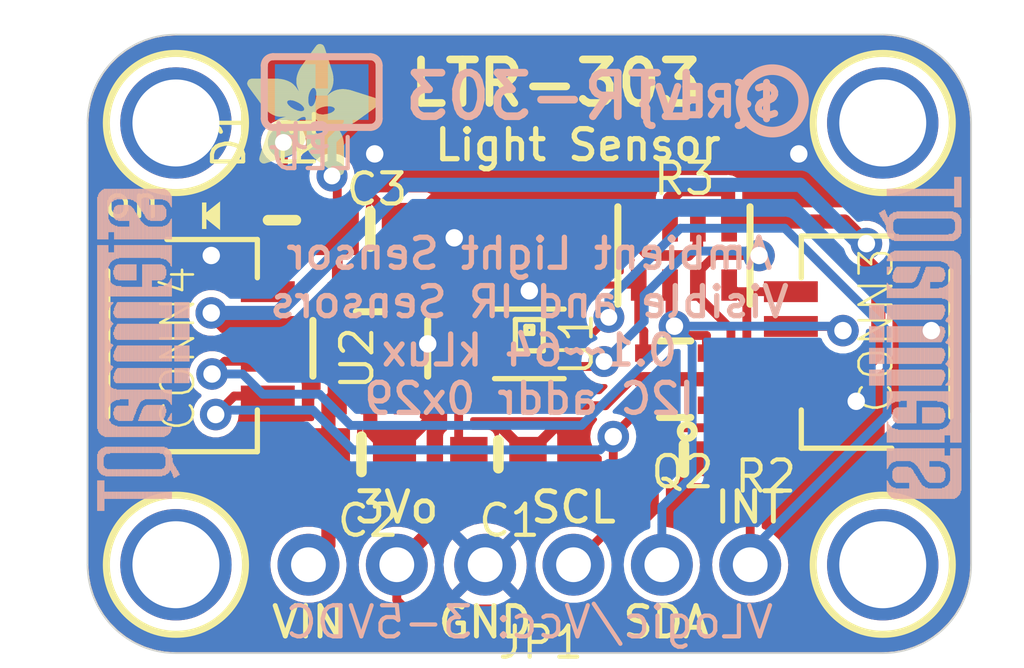
<source format=kicad_pcb>
(kicad_pcb (version 20221018) (generator pcbnew)
  (layers (0 "F.Cu" signal) (31 "B.Cu" signal) (34 "B.Paste" user) (35 "F.Paste" user) (36 "B.SilkS" user "B.Silkscreen") (37 "F.SilkS" user "F.Silkscreen") (38 "B.Mask" user) (39 "F.Mask" user) (44 "Edge.Cuts" user))
  (net 0 "")
  (net 1 "GND")
  (net 2 "SDA")
  (net 3 "SCL")
  (net 4 "SCL_3V")
  (net 5 "SDA_3V")
  (net 6 "3.3V")
  (net 7 "INT")
  (net 8 "VCC")
  (net 9 "N$1")
  (net 10 "N$2")
  (footprint "working:JST_SH4" (layer "F.Cu") (at 158.0261 105.0036 90)
    (fp_text reference "CONN3" (at -2.06 0.45 90) (layer "F.SilkS") (effects (font (size 0.941222 0.941222) (thickness 0.074778)) (justify left)))
    (fp_text value "STEMMA_I2C_QT" hide)
    (pad "1" smd rect (at -1.5 -2.006 180) (size 1.55 0.6) (layers "F.Cu" "F.Paste" "F.Mask") (net 1 "GND"))
    (pad "2" smd rect (at -0.5 -2.006 180) (size 1.55 0.6) (layers "F.Cu" "F.Paste" "F.Mask") (net 8 "VCC"))
    (pad "3" smd rect (at 0.5 -2.006 180) (size 1.55 0.6) (layers "F.Cu" "F.Paste" "F.Mask") (net 2 "SDA"))
    (pad "4" smd rect (at 1.5 -2.006 180) (size 1.55 0.6) (layers "F.Cu" "F.Paste" "F.Mask") (net 3 "SCL"))
    (pad "MT1" smd rect (at -2.8 1.894 180) (size 1.8 1.2) (layers "F.Cu" "F.Paste" "F.Mask") (net 1 "GND"))
    (pad "MT2" smd rect (at 2.8 1.894 180) (size 1.8 1.2) (layers "F.Cu" "F.Paste" "F.Mask") (net 1 "GND"))
  )
  (footprint "working:0805-NO" (layer "F.Cu") (at 143.9291 101.7016)
    (fp_text reference "C3" (at -0.762 -1.143) (layer "F.SilkS") (effects (font (size 0.896031 0.896031) (thickness 0.119969)) (justify left)))
    (fp_text value "10uF")
    (pad "1" smd rect (at -0.95 0) (size 1.24 1.5) (layers "F.Cu" "F.Paste" "F.Mask") (net 6 "3.3V"))
    (pad "2" smd rect (at 0.95 0) (size 1.24 1.5) (layers "F.Cu" "F.Paste" "F.Mask") (net 1 "GND"))
  )
  (footprint "working:LTR390" (layer "F.Cu") (at 148.5011 105.0036 -90)
    (fp_text reference "U1" (at -0.973 -1.356 90) (layer "F.SilkS") (effects (font (size 0.90871 0.90871) (thickness 0.10729)) (justify right)))
    (fp_text value "LTR_303")
    (pad "1" smd rect (at -0.65 0.9 90) (size 0.3 0.65) (layers "F.Cu" "F.Paste" "F.Mask") (net 6 "3.3V"))
    (pad "2" smd rect (at 0 0.9 90) (size 0.3 0.65) (layers "F.Cu" "F.Paste" "F.Mask"))
    (pad "3" smd rect (at 0.65 0.9 90) (size 0.3 0.65) (layers "F.Cu" "F.Paste" "F.Mask") (net 1 "GND"))
    (pad "4" smd rect (at 0.65 -0.9 90) (size 0.3 0.65) (layers "F.Cu" "F.Paste" "F.Mask") (net 4 "SCL_3V"))
    (pad "5" smd rect (at 0 -0.9 90) (size 0.3 0.65) (layers "F.Cu" "F.Paste" "F.Mask") (net 7 "INT"))
    (pad "6" smd rect (at -0.65 -0.9 90) (size 0.3 0.65) (layers "F.Cu" "F.Paste" "F.Mask") (net 5 "SDA_3V"))
  )
  (footprint "working:ADAFRUIT_3.5MM" (layer "F.Cu") (at 140.3731 100.1776)
    (fp_text reference "U$22" hide)
    (fp_text value "" hide)
  )
  (footprint "working:RESPACK_4X0603" (layer "F.Cu") (at 152.9461 102.4636 180)
    (fp_text reference "R3" (at -0.965 2.21) (layer "F.SilkS") (effects (font (size 0.896031 0.896031) (thickness 0.119969)) (justify right)))
    (fp_text value "10K Pack")
    (pad "1" smd rect (at -1.3 0.85 180) (size 0.45 0.9) (layers "F.Cu" "F.Paste" "F.Mask") (net 8 "VCC"))
    (pad "2" smd rect (at -0.4 0.85 180) (size 0.45 0.9) (layers "F.Cu" "F.Paste" "F.Mask") (net 6 "3.3V"))
    (pad "3" smd rect (at 0.4 0.85 180) (size 0.45 0.9) (layers "F.Cu" "F.Paste" "F.Mask") (net 8 "VCC"))
    (pad "4" smd rect (at 1.3 0.85 180) (size 0.45 0.9) (layers "F.Cu" "F.Paste" "F.Mask") (net 6 "3.3V"))
    (pad "5" smd rect (at 1.3 -0.85 180) (size 0.45 0.9) (layers "F.Cu" "F.Paste" "F.Mask") (net 5 "SDA_3V"))
    (pad "6" smd rect (at 0.4 -0.85 180) (size 0.45 0.9) (layers "F.Cu" "F.Paste" "F.Mask") (net 2 "SDA"))
    (pad "7" smd rect (at -0.4 -0.85 180) (size 0.45 0.9) (layers "F.Cu" "F.Paste" "F.Mask") (net 4 "SCL_3V"))
    (pad "8" smd rect (at -1.3 -0.85 180) (size 0.45 0.9) (layers "F.Cu" "F.Paste" "F.Mask") (net 3 "SCL"))
  )
  (footprint "working:SOT23-5" (layer "F.Cu") (at 143.9291 105.1306 -90)
    (fp_text reference "U2" (at -0.689 0.381 90) (layer "F.SilkS") (effects (font (size 0.896031 0.896031) (thickness 0.119969)) (justify right)))
    (fp_text value "AP2127K-3.3")
    (pad "1" smd rect (at 1.3001 0.95) (size 0.55 1.2) (layers "F.Cu" "F.Paste" "F.Mask") (net 8 "VCC"))
    (pad "2" smd rect (at 1.3001 0) (size 0.55 1.2) (layers "F.Cu" "F.Paste" "F.Mask") (net 1 "GND"))
    (pad "3" smd rect (at 1.3001 -0.95) (size 0.55 1.2) (layers "F.Cu" "F.Paste" "F.Mask") (net 8 "VCC"))
    (pad "4" smd rect (at -1.3001 -0.95) (size 0.55 1.2) (layers "F.Cu" "F.Paste" "F.Mask"))
    (pad "5" smd rect (at -1.3001 0.95) (size 0.55 1.2) (layers "F.Cu" "F.Paste" "F.Mask") (net 6 "3.3V"))
  )
  (footprint "working:SOT363" (layer "F.Cu") (at 152.6921 106.0196)
    (fp_text reference "Q2" (at -0.762 2.667) (layer "F.SilkS") (effects (font (size 0.896031 0.896031) (thickness 0.119969)) (justify left)))
    (fp_text value "BSS138")
    (pad "1" smd rect (at 0.9 0.75 90) (size 0.5 0.5) (layers "F.Cu" "F.Paste" "F.Mask") (net 4 "SCL_3V"))
    (pad "2" smd rect (at 0.9 0 90) (size 0.4 0.5) (layers "F.Cu" "F.Paste" "F.Mask") (net 6 "3.3V"))
    (pad "3" smd rect (at 0.9 -0.75 90) (size 0.5 0.5) (layers "F.Cu" "F.Paste" "F.Mask") (net 2 "SDA"))
    (pad "4" smd rect (at -0.9 -0.75 90) (size 0.5 0.5) (layers "F.Cu" "F.Paste" "F.Mask") (net 5 "SDA_3V"))
    (pad "5" smd rect (at -0.9 0 90) (size 0.4 0.5) (layers "F.Cu" "F.Paste" "F.Mask") (net 6 "3.3V"))
    (pad "6" smd rect (at -0.9 0.75 90) (size 0.5 0.5) (layers "F.Cu" "F.Paste" "F.Mask") (net 3 "SCL"))
  )
  (footprint "working:0603-NO" (layer "F.Cu") (at 152.9461 108.3056)
    (fp_text reference "R2" (at 1.397 0.508) (layer "F.SilkS") (effects (font (size 0.896031 0.896031) (thickness 0.119969)) (justify left)))
    (fp_text value "10K")
    (pad "1" smd rect (at -0.85 0) (size 1.075 1) (layers "F.Cu" "F.Paste" "F.Mask") (net 6 "3.3V"))
    (pad "2" smd rect (at 0.85 0) (size 1.075 1) (layers "F.Cu" "F.Paste" "F.Mask") (net 7 "INT"))
  )
  (footprint "working:0603-NO" (layer "F.Cu") (at 141.3891 101.4476 -90)
    (fp_text reference "R1" (at -1.397 -0.508 90) (layer "F.SilkS") (effects (font (size 0.896031 0.896031) (thickness 0.119969)) (justify left)))
    (fp_text value "10K")
    (pad "1" smd rect (at -0.85 0 270) (size 1.075 1) (layers "F.Cu" "F.Paste" "F.Mask") (net 10 "N$2"))
    (pad "2" smd rect (at 0.85 0 270) (size 1.075 1) (layers "F.Cu" "F.Paste" "F.Mask") (net 9 "N$1"))
  )
  (footprint "working:CHIPLED_0603_NOOUTLINE" (layer "F.Cu") (at 139.3571 101.3206)
    (fp_text reference "D1" (at 0.508 -1.27 90) (layer "F.SilkS") (effects (font (size 0.896031 0.896031) (thickness 0.119969)) (justify left)))
    (fp_text value "GREEN")
    (pad "A" smd rect (at 0.75 0 90) (size 0.8 0.8) (layers "F.Cu" "F.Paste" "F.Mask") (net 9 "N$1"))
    (pad "C" smd rect (at -0.75 0 90) (size 0.8 0.8) (layers "F.Cu" "F.Paste" "F.Mask") (net 1 "GND"))
  )
  (footprint "working:0805-NO" (layer "F.Cu") (at 143.6751 108.1786)
    (fp_text reference "C2" (at -0.762 1.905) (layer "F.SilkS") (effects (font (size 0.896031 0.896031) (thickness 0.119969)) (justify left)))
    (fp_text value "10uF")
    (pad "1" smd rect (at -0.95 0) (size 1.24 1.5) (layers "F.Cu" "F.Paste" "F.Mask") (net 8 "VCC"))
    (pad "2" smd rect (at 0.95 0) (size 1.24 1.5) (layers "F.Cu" "F.Paste" "F.Mask") (net 1 "GND"))
  )
  (footprint "working:FIDUCIAL_1MM" (layer "F.Cu") (at 141.0081 109.0676)
    (fp_text reference "FID3" hide)
    (fp_text value "FIDUCIAL_1MM" hide)
    (pad "1" smd roundrect (at 0 0) (size 1 1) (layers "F.Cu" "F.Mask") (roundrect_rratio 0.5))
  )
  (footprint "working:FIDUCIAL_1MM" (layer "F.Cu") (at 155.3591 97.3836)
    (fp_text reference "FID4" hide)
    (fp_text value "FIDUCIAL_1MM" hide)
    (pad "1" smd roundrect (at 0 0) (size 1 1) (layers "F.Cu" "F.Mask") (roundrect_rratio 0.5))
  )
  (footprint "working:1X06_ROUND_70" (layer "F.Cu") (at 148.5011 111.3536)
    (fp_text reference "JP1" (at -0.9652 2.2352) (layer "F.SilkS") (effects (font (size 0.896031 0.896031) (thickness 0.119969)) (justify left)))
    (fp_text value "")
    (pad "1" thru_hole circle (at -6.35 0 90) (size 1.778 1.778) (drill 1) (layers "*.Cu" "*.Mask") (net 8 "VCC"))
    (pad "2" thru_hole circle (at -3.81 0 90) (size 1.778 1.778) (drill 1) (layers "*.Cu" "*.Mask") (net 6 "3.3V"))
    (pad "3" thru_hole circle (at -1.27 0 90) (size 1.778 1.778) (drill 1) (layers "*.Cu" "*.Mask") (net 1 "GND"))
    (pad "4" thru_hole circle (at 1.27 0 90) (size 1.778 1.778) (drill 1) (layers "*.Cu" "*.Mask") (net 3 "SCL"))
    (pad "5" thru_hole circle (at 3.81 0 90) (size 1.778 1.778) (drill 1) (layers "*.Cu" "*.Mask") (net 2 "SDA"))
    (pad "6" thru_hole circle (at 6.35 0 90) (size 1.778 1.778) (drill 1) (layers "*.Cu" "*.Mask") (net 7 "INT"))
  )
  (footprint "working:MOUNTINGHOLE_2.5_PLATED" (layer "F.Cu") (at 158.6611 98.6536)
    (fp_text reference "U$17" hide)
    (fp_text value "MOUNTINGHOLE2.5" hide)
    (pad "P$1" thru_hole circle (at 0 0) (size 3.2 3.2) (drill 2.5) (layers "*.Cu" "*.Mask"))
    (zone (net 0) (net_name "") (layer "F.Cu") (connect_pads (clearance 0)) (min_thickness 0.25)
      (keepout (tracks not_allowed) (vias not_allowed) (pads not_allowed) (copperpour not_allowed) (footprints allowed))
      (fill (thermal_gap 0.5) (thermal_bridge_width 0.5))
      (polygon (pts (xy 160.6771 98.6536) (xy 160.65748 98.373027) (xy 160.599004 98.097915) (xy 160.502808 97.833619) (xy 160.370765 97.585283) (xy 160.205446 97.35774) (xy 160.010067 97.15542) (xy 159.788433 96.98226) (xy 159.544856 96.841631) (xy 159.284078 96.73627) (xy 159.011175 96.668228) (xy 158.731457 96.638828) (xy 158.450371 96.648644) (xy 158.173385 96.697484) (xy 157.905893 96.784397) (xy 157.6531 96.907693) (xy 157.419926 97.06497) (xy 157.210911 97.253169) (xy 157.030122 97.468625) (xy 156.881078 97.707145) (xy 156.76668 97.964087) (xy 156.689154 98.23445) (xy 156.650011 98.512971) (xy 156.650011 98.794229) (xy 156.689154 99.07275) (xy 156.76668 99.343113) (xy 156.881078 99.600055) (xy 157.030122 99.838575) (xy 157.210911 100.054031) (xy 157.419926 100.24223) (xy 157.6531 100.399507) (xy 157.905893 100.522803) (xy 158.173385 100.609716) (xy 158.450371 100.658556) (xy 158.731457 100.668372) (xy 159.011175 100.638972) (xy 159.284078 100.57093) (xy 159.544856 100.465569) (xy 159.788433 100.32494) (xy 160.010067 100.15178) (xy 160.205446 99.94946) (xy 160.370765 99.721917) (xy 160.502808 99.473581) (xy 160.599004 99.209285) (xy 160.65748 98.934173)))
      (polygon (pts (xy 158.6451 98.6536) (xy 158.649786 98.664914) (xy 158.6611 98.6696) (xy 158.672414 98.664914) (xy 158.6771 98.6536) (xy 158.672414 98.642286) (xy 158.6611 98.6376) (xy 158.649786 98.642286)))
    )
    (zone (net 0) (net_name "") (layer "B.Cu") (connect_pads (clearance 0)) (min_thickness 0.25)
      (keepout (tracks not_allowed) (vias not_allowed) (pads not_allowed) (copperpour not_allowed) (footprints allowed))
      (fill (thermal_gap 0.5) (thermal_bridge_width 0.5))
      (polygon (pts (xy 160.6771 98.6536) (xy 160.65748 98.373027) (xy 160.599004 98.097915) (xy 160.502808 97.833619) (xy 160.370765 97.585283) (xy 160.205446 97.35774) (xy 160.010067 97.15542) (xy 159.788433 96.98226) (xy 159.544856 96.841631) (xy 159.284078 96.73627) (xy 159.011175 96.668228) (xy 158.731457 96.638828) (xy 158.450371 96.648644) (xy 158.173385 96.697484) (xy 157.905893 96.784397) (xy 157.6531 96.907693) (xy 157.419926 97.06497) (xy 157.210911 97.253169) (xy 157.030122 97.468625) (xy 156.881078 97.707145) (xy 156.76668 97.964087) (xy 156.689154 98.23445) (xy 156.650011 98.512971) (xy 156.650011 98.794229) (xy 156.689154 99.07275) (xy 156.76668 99.343113) (xy 156.881078 99.600055) (xy 157.030122 99.838575) (xy 157.210911 100.054031) (xy 157.419926 100.24223) (xy 157.6531 100.399507) (xy 157.905893 100.522803) (xy 158.173385 100.609716) (xy 158.450371 100.658556) (xy 158.731457 100.668372) (xy 159.011175 100.638972) (xy 159.284078 100.57093) (xy 159.544856 100.465569) (xy 159.788433 100.32494) (xy 160.010067 100.15178) (xy 160.205446 99.94946) (xy 160.370765 99.721917) (xy 160.502808 99.473581) (xy 160.599004 99.209285) (xy 160.65748 98.934173)))
      (polygon (pts (xy 158.6451 98.6536) (xy 158.649786 98.664914) (xy 158.6611 98.6696) (xy 158.672414 98.664914) (xy 158.6771 98.6536) (xy 158.672414 98.642286) (xy 158.6611 98.6376) (xy 158.649786 98.642286)))
    )
  )
  (footprint "working:0603-NO" (layer "F.Cu") (at 147.6121 108.1786)
    (fp_text reference "C1" (at -0.635 1.905) (layer "F.SilkS") (effects (font (size 0.896031 0.896031) (thickness 0.119969)) (justify left)))
    (fp_text value "0.1uF")
    (pad "1" smd rect (at -0.85 0) (size 1.075 1) (layers "F.Cu" "F.Paste" "F.Mask") (net 6 "3.3V"))
    (pad "2" smd rect (at 0.85 0) (size 1.075 1) (layers "F.Cu" "F.Paste" "F.Mask") (net 1 "GND"))
  )
  (footprint "working:MOUNTINGHOLE_2.5_PLATED" (layer "F.Cu") (at 158.6611 111.3536)
    (fp_text reference "U$21" hide)
    (fp_text value "MOUNTINGHOLE2.5" hide)
    (pad "P$1" thru_hole circle (at 0 0) (size 3.2 3.2) (drill 2.5) (layers "*.Cu" "*.Mask"))
    (zone (net 0) (net_name "") (layer "F.Cu") (connect_pads (clearance 0)) (min_thickness 0.25)
      (keepout (tracks not_allowed) (vias not_allowed) (pads not_allowed) (copperpour not_allowed) (footprints allowed))
      (fill (thermal_gap 0.5) (thermal_bridge_width 0.5))
      (polygon (pts (xy 160.6771 111.3536) (xy 160.65748 111.073027) (xy 160.599004 110.797915) (xy 160.502808 110.533619) (xy 160.370765 110.285283) (xy 160.205446 110.05774) (xy 160.010067 109.85542) (xy 159.788433 109.68226) (xy 159.544856 109.541631) (xy 159.284078 109.43627) (xy 159.011175 109.368228) (xy 158.731457 109.338828) (xy 158.450371 109.348644) (xy 158.173385 109.397484) (xy 157.905893 109.484397) (xy 157.6531 109.607693) (xy 157.419926 109.76497) (xy 157.210911 109.953169) (xy 157.030122 110.168625) (xy 156.881078 110.407145) (xy 156.76668 110.664087) (xy 156.689154 110.93445) (xy 156.650011 111.212971) (xy 156.650011 111.494229) (xy 156.689154 111.77275) (xy 156.76668 112.043113) (xy 156.881078 112.300055) (xy 157.030122 112.538575) (xy 157.210911 112.754031) (xy 157.419926 112.94223) (xy 157.6531 113.099507) (xy 157.905893 113.222803) (xy 158.173385 113.309716) (xy 158.450371 113.358556) (xy 158.731457 113.368372) (xy 159.011175 113.338972) (xy 159.284078 113.27093) (xy 159.544856 113.165569) (xy 159.788433 113.02494) (xy 160.010067 112.85178) (xy 160.205446 112.64946) (xy 160.370765 112.421917) (xy 160.502808 112.173581) (xy 160.599004 111.909285) (xy 160.65748 111.634173)))
      (polygon (pts (xy 158.6451 111.3536) (xy 158.649786 111.364914) (xy 158.6611 111.3696) (xy 158.672414 111.364914) (xy 158.6771 111.3536) (xy 158.672414 111.342286) (xy 158.6611 111.3376) (xy 158.649786 111.342286)))
    )
    (zone (net 0) (net_name "") (layer "B.Cu") (connect_pads (clearance 0)) (min_thickness 0.25)
      (keepout (tracks not_allowed) (vias not_allowed) (pads not_allowed) (copperpour not_allowed) (footprints allowed))
      (fill (thermal_gap 0.5) (thermal_bridge_width 0.5))
      (polygon (pts (xy 160.6771 111.3536) (xy 160.65748 111.073027) (xy 160.599004 110.797915) (xy 160.502808 110.533619) (xy 160.370765 110.285283) (xy 160.205446 110.05774) (xy 160.010067 109.85542) (xy 159.788433 109.68226) (xy 159.544856 109.541631) (xy 159.284078 109.43627) (xy 159.011175 109.368228) (xy 158.731457 109.338828) (xy 158.450371 109.348644) (xy 158.173385 109.397484) (xy 157.905893 109.484397) (xy 157.6531 109.607693) (xy 157.419926 109.76497) (xy 157.210911 109.953169) (xy 157.030122 110.168625) (xy 156.881078 110.407145) (xy 156.76668 110.664087) (xy 156.689154 110.93445) (xy 156.650011 111.212971) (xy 156.650011 111.494229) (xy 156.689154 111.77275) (xy 156.76668 112.043113) (xy 156.881078 112.300055) (xy 157.030122 112.538575) (xy 157.210911 112.754031) (xy 157.419926 112.94223) (xy 157.6531 113.099507) (xy 157.905893 113.222803) (xy 158.173385 113.309716) (xy 158.450371 113.358556) (xy 158.731457 113.368372) (xy 159.011175 113.338972) (xy 159.284078 113.27093) (xy 159.544856 113.165569) (xy 159.788433 113.02494) (xy 160.010067 112.85178) (xy 160.205446 112.64946) (xy 160.370765 112.421917) (xy 160.502808 112.173581) (xy 160.599004 111.909285) (xy 160.65748 111.634173)))
      (polygon (pts (xy 158.6451 111.3536) (xy 158.649786 111.364914) (xy 158.6611 111.3696) (xy 158.672414 111.364914) (xy 158.6771 111.3536) (xy 158.672414 111.342286) (xy 158.6611 111.3376) (xy 158.649786 111.342286)))
    )
  )
  (footprint "working:MOUNTINGHOLE_2.5_PLATED" (layer "F.Cu") (at 138.3411 98.6536)
    (fp_text reference "U$1" hide)
    (fp_text value "MOUNTINGHOLE2.5" hide)
    (pad "P$1" thru_hole circle (at 0 0) (size 3.2 3.2) (drill 2.5) (layers "*.Cu" "*.Mask"))
    (zone (net 0) (net_name "") (layer "F.Cu") (connect_pads (clearance 0)) (min_thickness 0.25)
      (keepout (tracks not_allowed) (vias not_allowed) (pads not_allowed) (copperpour not_allowed) (footprints allowed))
      (fill (thermal_gap 0.5) (thermal_bridge_width 0.5))
      (polygon (pts (xy 140.3571 98.6536) (xy 140.33748 98.373027) (xy 140.279004 98.097915) (xy 140.182808 97.833619) (xy 140.050765 97.585283) (xy 139.885446 97.35774) (xy 139.690067 97.15542) (xy 139.468433 96.98226) (xy 139.224856 96.841631) (xy 138.964078 96.73627) (xy 138.691175 96.668228) (xy 138.411457 96.638828) (xy 138.130371 96.648644) (xy 137.853385 96.697484) (xy 137.585893 96.784397) (xy 137.3331 96.907693) (xy 137.099926 97.06497) (xy 136.890911 97.253169) (xy 136.710122 97.468625) (xy 136.561078 97.707145) (xy 136.44668 97.964087) (xy 136.369154 98.23445) (xy 136.330011 98.512971) (xy 136.330011 98.794229) (xy 136.369154 99.07275) (xy 136.44668 99.343113) (xy 136.561078 99.600055) (xy 136.710122 99.838575) (xy 136.890911 100.054031) (xy 137.099926 100.24223) (xy 137.3331 100.399507) (xy 137.585893 100.522803) (xy 137.853385 100.609716) (xy 138.130371 100.658556) (xy 138.411457 100.668372) (xy 138.691175 100.638972) (xy 138.964078 100.57093) (xy 139.224856 100.465569) (xy 139.468433 100.32494) (xy 139.690067 100.15178) (xy 139.885446 99.94946) (xy 140.050765 99.721917) (xy 140.182808 99.473581) (xy 140.279004 99.209285) (xy 140.33748 98.934173)))
      (polygon (pts (xy 138.3251 98.6536) (xy 138.329786 98.664914) (xy 138.3411 98.6696) (xy 138.352414 98.664914) (xy 138.3571 98.6536) (xy 138.352414 98.642286) (xy 138.3411 98.6376) (xy 138.329786 98.642286)))
    )
    (zone (net 0) (net_name "") (layer "B.Cu") (connect_pads (clearance 0)) (min_thickness 0.25)
      (keepout (tracks not_allowed) (vias not_allowed) (pads not_allowed) (copperpour not_allowed) (footprints allowed))
      (fill (thermal_gap 0.5) (thermal_bridge_width 0.5))
      (polygon (pts (xy 140.3571 98.6536) (xy 140.33748 98.373027) (xy 140.279004 98.097915) (xy 140.182808 97.833619) (xy 140.050765 97.585283) (xy 139.885446 97.35774) (xy 139.690067 97.15542) (xy 139.468433 96.98226) (xy 139.224856 96.841631) (xy 138.964078 96.73627) (xy 138.691175 96.668228) (xy 138.411457 96.638828) (xy 138.130371 96.648644) (xy 137.853385 96.697484) (xy 137.585893 96.784397) (xy 137.3331 96.907693) (xy 137.099926 97.06497) (xy 136.890911 97.253169) (xy 136.710122 97.468625) (xy 136.561078 97.707145) (xy 136.44668 97.964087) (xy 136.369154 98.23445) (xy 136.330011 98.512971) (xy 136.330011 98.794229) (xy 136.369154 99.07275) (xy 136.44668 99.343113) (xy 136.561078 99.600055) (xy 136.710122 99.838575) (xy 136.890911 100.054031) (xy 137.099926 100.24223) (xy 137.3331 100.399507) (xy 137.585893 100.522803) (xy 137.853385 100.609716) (xy 138.130371 100.658556) (xy 138.411457 100.668372) (xy 138.691175 100.638972) (xy 138.964078 100.57093) (xy 139.224856 100.465569) (xy 139.468433 100.32494) (xy 139.690067 100.15178) (xy 139.885446 99.94946) (xy 140.050765 99.721917) (xy 140.182808 99.473581) (xy 140.279004 99.209285) (xy 140.33748 98.934173)))
      (polygon (pts (xy 138.3251 98.6536) (xy 138.329786 98.664914) (xy 138.3411 98.6696) (xy 138.352414 98.664914) (xy 138.3571 98.6536) (xy 138.352414 98.642286) (xy 138.3411 98.6376) (xy 138.329786 98.642286)))
    )
  )
  (footprint "working:JST_SH4" (layer "F.Cu") (at 138.9761 105.0036 -90)
    (fp_text reference "CONN4" (at -2.314 0.577 90) (layer "F.SilkS") (effects (font (size 0.941222 0.941222) (thickness 0.074778)) (justify right)))
    (fp_text value "STEMMA_I2C_QT" hide)
    (pad "1" smd rect (at -1.5 -2.006) (size 1.55 0.6) (layers "F.Cu" "F.Paste" "F.Mask") (net 1 "GND"))
    (pad "2" smd rect (at -0.5 -2.006) (size 1.55 0.6) (layers "F.Cu" "F.Paste" "F.Mask") (net 8 "VCC"))
    (pad "3" smd rect (at 0.5 -2.006) (size 1.55 0.6) (layers "F.Cu" "F.Paste" "F.Mask") (net 2 "SDA"))
    (pad "4" smd rect (at 1.5 -2.006) (size 1.55 0.6) (layers "F.Cu" "F.Paste" "F.Mask") (net 3 "SCL"))
    (pad "MT1" smd rect (at -2.8 1.894) (size 1.8 1.2) (layers "F.Cu" "F.Paste" "F.Mask") (net 1 "GND"))
    (pad "MT2" smd rect (at 2.8 1.894) (size 1.8 1.2) (layers "F.Cu" "F.Paste" "F.Mask") (net 1 "GND"))
  )
  (footprint "working:MOUNTINGHOLE_2.5_PLATED" (layer "F.Cu") (at 138.3411 111.3536)
    (fp_text reference "U$19" hide)
    (fp_text value "MOUNTINGHOLE2.5" hide)
    (pad "P$1" thru_hole circle (at 0 0) (size 3.2 3.2) (drill 2.5) (layers "*.Cu" "*.Mask"))
    (zone (net 0) (net_name "") (layer "F.Cu") (connect_pads (clearance 0)) (min_thickness 0.25)
      (keepout (tracks not_allowed) (vias not_allowed) (pads not_allowed) (copperpour not_allowed) (footprints allowed))
      (fill (thermal_gap 0.5) (thermal_bridge_width 0.5))
      (polygon (pts (xy 140.3571 111.3536) (xy 140.33748 111.073027) (xy 140.279004 110.797915) (xy 140.182808 110.533619) (xy 140.050765 110.285283) (xy 139.885446 110.05774) (xy 139.690067 109.85542) (xy 139.468433 109.68226) (xy 139.224856 109.541631) (xy 138.964078 109.43627) (xy 138.691175 109.368228) (xy 138.411457 109.338828) (xy 138.130371 109.348644) (xy 137.853385 109.397484) (xy 137.585893 109.484397) (xy 137.3331 109.607693) (xy 137.099926 109.76497) (xy 136.890911 109.953169) (xy 136.710122 110.168625) (xy 136.561078 110.407145) (xy 136.44668 110.664087) (xy 136.369154 110.93445) (xy 136.330011 111.212971) (xy 136.330011 111.494229) (xy 136.369154 111.77275) (xy 136.44668 112.043113) (xy 136.561078 112.300055) (xy 136.710122 112.538575) (xy 136.890911 112.754031) (xy 137.099926 112.94223) (xy 137.3331 113.099507) (xy 137.585893 113.222803) (xy 137.853385 113.309716) (xy 138.130371 113.358556) (xy 138.411457 113.368372) (xy 138.691175 113.338972) (xy 138.964078 113.27093) (xy 139.224856 113.165569) (xy 139.468433 113.02494) (xy 139.690067 112.85178) (xy 139.885446 112.64946) (xy 140.050765 112.421917) (xy 140.182808 112.173581) (xy 140.279004 111.909285) (xy 140.33748 111.634173)))
      (polygon (pts (xy 138.3251 111.3536) (xy 138.329786 111.364914) (xy 138.3411 111.3696) (xy 138.352414 111.364914) (xy 138.3571 111.3536) (xy 138.352414 111.342286) (xy 138.3411 111.3376) (xy 138.329786 111.342286)))
    )
    (zone (net 0) (net_name "") (layer "B.Cu") (connect_pads (clearance 0)) (min_thickness 0.25)
      (keepout (tracks not_allowed) (vias not_allowed) (pads not_allowed) (copperpour not_allowed) (footprints allowed))
      (fill (thermal_gap 0.5) (thermal_bridge_width 0.5))
      (polygon (pts (xy 140.3571 111.3536) (xy 140.33748 111.073027) (xy 140.279004 110.797915) (xy 140.182808 110.533619) (xy 140.050765 110.285283) (xy 139.885446 110.05774) (xy 139.690067 109.85542) (xy 139.468433 109.68226) (xy 139.224856 109.541631) (xy 138.964078 109.43627) (xy 138.691175 109.368228) (xy 138.411457 109.338828) (xy 138.130371 109.348644) (xy 137.853385 109.397484) (xy 137.585893 109.484397) (xy 137.3331 109.607693) (xy 137.099926 109.76497) (xy 136.890911 109.953169) (xy 136.710122 110.168625) (xy 136.561078 110.407145) (xy 136.44668 110.664087) (xy 136.369154 110.93445) (xy 136.330011 111.212971) (xy 136.330011 111.494229) (xy 136.369154 111.77275) (xy 136.44668 112.043113) (xy 136.561078 112.300055) (xy 136.710122 112.538575) (xy 136.890911 112.754031) (xy 137.099926 112.94223) (xy 137.3331 113.099507) (xy 137.585893 113.222803) (xy 137.853385 113.309716) (xy 138.130371 113.358556) (xy 138.411457 113.368372) (xy 138.691175 113.338972) (xy 138.964078 113.27093) (xy 139.224856 113.165569) (xy 139.468433 113.02494) (xy 139.690067 112.85178) (xy 139.885446 112.64946) (xy 140.050765 112.421917) (xy 140.182808 112.173581) (xy 140.279004 111.909285) (xy 140.33748 111.634173)))
      (polygon (pts (xy 138.3251 111.3536) (xy 138.329786 111.364914) (xy 138.3411 111.3696) (xy 138.352414 111.364914) (xy 138.3571 111.3536) (xy 138.352414 111.342286) (xy 138.3411 111.3376) (xy 138.329786 111.342286)))
    )
  )
  (footprint "working:STEMMAQT" (layer "B.Cu") (at 138.7221 100.5586 -90)
    (fp_text reference "U$31" hide)
    (fp_text value "" hide)
  )
  (footprint "working:PCBFEAT-REV-040" (layer "B.Cu") (at 155.4861 98.0186 180)
    (fp_text reference "U$25" hide)
    (fp_text value "" hide)
    (fp_text user "${REV}" (at -0.3556 -0.508) (layer "B.SilkS") (effects (font (size 0.8128 0.8128) (thickness 0.2032)) (justify left bottom mirror)))
  )
  (footprint "working:SOLDERJUMPER_CLOSEDWIRE" (layer "B.Cu") (at 142.5321 97.7646)
    (fp_text reference "SJ1" (at -1.651 1.27) (layer "B.SilkS") (effects (font (size 0.692831 0.692831) (thickness 0.119969)) (justify right mirror)))
    (fp_text value "")
    (pad "1" smd rect (at -0.762 0) (size 1.1684 1.6002) (layers "B.Cu") (net 10 "N$2"))
    (pad "2" smd rect (at 0.762 0) (size 1.1684 1.6002) (layers "B.Cu") (net 6 "3.3V"))
    (pad "WIRE" smd rect (at 0 0 180) (size 0.635 0.2032) (layers "B.Cu"))
  )
  (footprint "working:STEMMAQT" (layer "B.Cu") (at 158.2801 109.4486 90)
    (fp_text reference "U$30" hide)
    (fp_text value "" hide)
  )
  (gr_line (start 161.2011 111.3536) (end 161.2011 98.6536) (stroke (width 0.05)) (layer "Edge.Cuts"))
  (gr_arc (start 158.6611 96.1136) (mid 160.457151 96.857549) (end 161.2011 98.6536) (stroke (width 0.05)) (layer "Edge.Cuts"))
  (gr_line (start 135.8011 98.6536) (end 135.8011 111.3536) (stroke (width 0.05)) (layer "Edge.Cuts"))
  (gr_arc (start 161.2011 111.3536) (mid 160.457151 113.149651) (end 158.6611 113.8936) (stroke (width 0.05)) (layer "Edge.Cuts"))
  (gr_arc (start 138.3411 113.8936) (mid 136.545049 113.149651) (end 135.8011 111.3536) (stroke (width 0.05)) (layer "Edge.Cuts"))
  (gr_line (start 158.6611 96.1136) (end 138.3411 96.1136) (stroke (width 0.05)) (layer "Edge.Cuts"))
  (gr_line (start 138.3411 113.8936) (end 158.6611 113.8936) (stroke (width 0.05)) (layer "Edge.Cuts"))
  (gr_arc (start 135.8011 98.6536) (mid 136.545049 96.857549) (end 138.3411 96.1136) (stroke (width 0.05)) (layer "Edge.Cuts"))
  (gr_text "LTR-303" (at 149.1361 97.8916) (layer "B.SilkS") (effects (font (size 1.25222 1.25222) (thickness 0.22098)) (justify mirror)))
  (gr_text "VLogic/Vcc: 3-5VDC" (at 148.5011 113.0046) (layer "B.SilkS") (effects (font (size 0.89408 0.89408) (thickness 0.12192)) (justify mirror)))
  (gr_text "Ambient Light Sensor\nVisible and IR Sensors\n0.1~~64 kLux\nI2C addr 0x29" (at 148.5011 104.4956) (layer "B.SilkS") (effects (font (size 0.8636 0.8636) (thickness 0.1524)) (justify mirror)))
  (gr_text "LED" (at 142.2781 99.5426) (layer "B.SilkS") (effects (font (size 0.89408 0.89408) (thickness 0.12192)) (justify mirror)))
  (gr_text "Light Sensor" (at 149.8981 99.2886) (layer "F.SilkS") (effects (font (size 0.8636 0.8636) (thickness 0.1524))))
  (gr_text "GND" (at 147.2311 113.0046) (layer "F.SilkS") (effects (font (size 0.87376 0.87376) (thickness 0.14224))))
  (gr_text "LTR-303" (at 149.2631 97.5106) (layer "F.SilkS") (effects (font (size 1.25222 1.25222) (thickness 0.22098))))
  (gr_text "VIN" (at 142.1511 113.0046) (layer "F.SilkS") (effects (font (size 0.87376 0.87376) (thickness 0.14224))))
  (gr_text "3Vo" (at 144.6911 109.7026) (layer "F.SilkS") (effects (font (size 0.87376 0.87376) (thickness 0.14224))))
  (gr_text "on" (at 136.1821 101.4476) (layer "F.SilkS") (effects (font (size 0.89408 0.89408) (thickness 0.12192)) (justify left bottom)))
  (gr_text "SDA" (at 152.4381 113.0046) (layer "F.SilkS") (effects (font (size 0.87376 0.87376) (thickness 0.14224))))
  (gr_text "INT" (at 154.8511 109.7026) (layer "F.SilkS") (effects (font (size 0.87376 0.87376) (thickness 0.14224))))
  (gr_text "SCL" (at 149.7711 109.7026) (layer "F.SilkS") (effects (font (size 0.87376 0.87376) (thickness 0.14224))))
  (segment (start 138.6071 101.3206) (end 139.1057 100.822) (width 0.3048) (layer "F.Cu") (net 1))
  (segment (start 143.9291 106.4307) (end 143.9291 107.4826) (width 0.4064) (layer "F.Cu") (net 1))
  (segment (start 144.6251 108.1786) (end 143.9291 107.4826) (width 0.4064) (layer "F.Cu") (net 1))
  (segment (start 140.3971 103.5036) (end 139.3571 102.4636) (width 0.4064) (layer "F.Cu") (net 1))
  (segment (start 139.239281 100.822) (end 139.62039 100.440891) (width 0.3048) (layer "F.Cu") (net 1))
  (segment (start 139.1057 100.822) (end 139.239281 100.822) (width 0.3048) (layer "F.Cu") (net 1))
  (segment (start 140.9821 103.5036) (end 140.3971 103.5036) (width 0.4064) (layer "F.Cu") (net 1))
  (via (at 139.3571 102.4636) (size 0.9064) (drill 0.5) (layers "F.Cu" "B.Cu") (net 1))
  (via (at 160.0581 104.6226) (size 0.9064) (drill 0.5) (layers "F.Cu" "B.Cu") (net 1))
  (via (at 145.5801 105.0036) (size 0.9064) (drill 0.5) (layers "F.Cu" "B.Cu") (net 1))
  (via (at 156.2481 99.5426) (size 0.9064) (drill 0.5) (layers "F.Cu" "B.Cu") (net 1))
  (via (at 157.8991 106.6546) (size 0.9064) (drill 0.5) (layers "F.Cu" "B.Cu") (net 1))
  (via (at 144.0561 99.5426) (size 0.9064) (drill 0.5) (layers "F.Cu" "B.Cu") (net 1))
  (via (at 146.3421 101.9556) (size 0.9064) (drill 0.5) (layers "F.Cu" "B.Cu") (net 1))
  (via (at 148.5011 103.4796) (size 0.9064) (drill 0.5) (layers "F.Cu" "B.Cu") (net 1))
  (segment (start 139.7461 105.5036) (end 139.379706 105.869994) (width 0.254) (layer "F.Cu") (net 2))
  (segment (start 153.5921 104.7616) (end 153.5921 105.2696) (width 0.254) (layer "F.Cu") (net 2))
  (segment (start 152.6731 104.3296) (end 152.6731 104.4956) (width 0.254) (layer "F.Cu") (net 2))
  (segment (start 157.3991 104.5036) (end 157.5181 104.6226) (width 0.254) (layer "F.Cu") (net 2))
  (segment (start 152.5461 103.3136) (end 152.5461 104.2026) (width 0.254) (layer "F.Cu") (net 2))
  (segment (start 152.6731 104.4956) (end 152.6731 104.7616) (width 0.254) (layer "F.Cu") (net 2))
  (segment (start 153.5921 104.7616) (end 152.6731 104.7616) (width 0.254) (layer "F.Cu") (net 2))
  (segment (start 156.0201 104.5036) (end 157.3991 104.5036) (width 0.254) (layer "F.Cu") (net 2))
  (segment (start 152.6731 104.3296) (end 152.5461 104.2026) (width 0.254) (layer "F.Cu") (net 2))
  (segment (start 140.9821 105.5036) (end 139.7461 105.5036) (width 0.254) (layer "F.Cu") (net 2))
  (via (at 139.379706 105.869994) (size 0.9064) (drill 0.5) (layers "F.Cu" "B.Cu") (net 2))
  (via (at 157.5181 104.6226) (size 0.9064) (drill 0.5) (layers "F.Cu" "B.Cu") (net 2))
  (via (at 152.6731 104.4956) (size 0.9064) (drill 0.5) (layers "F.Cu" "B.Cu") (net 2))
  (segment (start 153.1811 105.0036) (end 152.6731 104.4956) (width 0.254) (layer "B.Cu") (net 2))
  (segment (start 152.6731 104.4956) (end 152.6731 104.6012) (width 0.254) (layer "B.Cu") (net 2))
  (segment (start 152.7486 104.6012) (end 152.6731 104.6012) (width 0.254) (layer "B.Cu") (net 2))
  (segment (start 143.36339 107.34731) (end 150.00249 107.34731) (width 0.254) (layer "B.Cu") (net 2))
  (segment (start 152.3111 109.6836) (end 153.1811 108.8136) (width 0.254) (layer "B.Cu") (net 2))
  (segment (start 157.5181 104.6226) (end 157.3911 104.4956) (width 0.254) (layer "B.Cu") (net 2))
  (segment (start 140.258237 105.869994) (end 140.839643 106.4514) (width 0.254) (layer "B.Cu") (net 2))
  (segment (start 153.1811 108.8136) (end 153.1811 105.0036) (width 0.254) (layer "B.Cu") (net 2))
  (segment (start 142.467481 106.4514) (end 143.36339 107.34731) (width 0.254) (layer "B.Cu") (net 2))
  (segment (start 140.839643 106.4514) (end 142.467481 106.4514) (width 0.254) (layer "B.Cu") (net 2))
  (segment (start 150.00249 107.34731) (end 152.7486 104.6012) (width 0.254) (layer "B.Cu") (net 2))
  (segment (start 139.379706 105.869994) (end 140.258237 105.869994) (width 0.254) (layer "B.Cu") (net 2))
  (segment (start 152.3111 109.6836) (end 152.3111 111.3536) (width 0.254) (layer "B.Cu") (net 2))
  (segment (start 157.3911 104.4956) (end 152.6731 104.4956) (width 0.254) (layer "B.Cu") (net 2))
  (segment (start 151.7916 106.8971) (end 151.7916 106.7701) (width 0.254) (layer "F.Cu") (net 3))
  (segment (start 154.4361 103.5036) (end 154.2461 103.3136) (width 0.254) (layer "F.Cu") (net 3))
  (segment (start 154.7541 107.1326) (end 154.4701 107.4166) (width 0.254) (layer "F.Cu") (net 3))
  (segment (start 151.7921 106.7696) (end 150.9141 107.6476) (width 0.254) (layer "F.Cu") (net 3))
  (segment (start 150.9141 107.6706) (end 150.9141 107.6476) (width 0.254) (layer "F.Cu") (net 3))
  (segment (start 152.3111 107.4166) (end 151.7916 106.8971) (width 0.254) (layer "F.Cu") (net 3))
  (segment (start 150.9141 107.6706) (end 150.9141 110.2106) (width 0.254) (layer "F.Cu") (net 3))
  (segment (start 154.7541 103.8216) (end 154.7541 107.1326) (width 0.254) (layer "F.Cu") (net 3))
  (segment (start 140.9821 106.5036) (end 140.0161 106.5036) (width 0.254) (layer "F.Cu") (net 3))
  (segment (start 140.0161 106.5036) (end 139.4841 107.0356) (width 0.254) (layer "F.Cu") (net 3))
  (segment (start 154.2461 103.3136) (end 154.7541 103.8216) (width 0.254) (layer "F.Cu") (net 3))
  (segment (start 154.4701 107.4166) (end 152.3111 107.4166) (width 0.254) (layer "F.Cu") (net 3))
  (segment (start 150.9141 110.2106) (end 149.7711 111.3536) (width 0.254) (layer "F.Cu") (net 3))
  (segment (start 151.7921 106.7696) (end 151.7916 106.7701) (width 0.254) (layer "F.Cu") (net 3))
  (segment (start 156.0201 103.5036) (end 154.4361 103.5036) (width 0.254) (layer "F.Cu") (net 3))
  (via (at 139.4841 107.0356) (size 0.9064) (drill 0.5) (layers "F.Cu" "B.Cu") (net 3))
  (via (at 150.9141 107.6706) (size 0.9064) (drill 0.5) (layers "F.Cu" "B.Cu") (net 3))
  (segment (start 142.2781 106.9086) (end 139.6111 106.9086) (width 0.254) (layer "B.Cu") (net 3))
  (segment (start 143.4211 108.0516) (end 142.2781 106.9086) (width 0.254) (layer "B.Cu") (net 3))
  (segment (start 139.4841 107.0356) (end 139.6111 106.9086) (width 0.254) (layer "B.Cu") (net 3))
  (segment (start 150.5331 108.0516) (end 143.4211 108.0516) (width 0.254) (layer "B.Cu") (net 3))
  (segment (start 150.5331 108.0516) (end 150.9141 107.6706) (width 0.254) (layer "B.Cu") (net 3))
  (segment (start 153.3461 103.6256) (end 154.2969 104.5764) (width 0.254) (layer "F.Cu") (net 4))
  (segment (start 154.2969 104.5764) (end 154.2969 106.3886) (width 0.254) (layer "F.Cu") (net 4))
  (segment (start 150.5054 105.6536) (end 149.4011 105.6536) (width 0.254) (layer "F.Cu") (net 4))
  (segment (start 153.5921 106.7696) (end 153.9159 106.7696) (width 0.254) (layer "F.Cu") (net 4))
  (segment (start 154.2969 106.3886) (end 153.9159 106.7696) (width 0.254) (layer "F.Cu") (net 4))
  (segment (start 153.3461 103.3136) (end 153.3461 102.9526) (width 0.254) (layer "F.Cu") (net 4))
  (segment (start 150.6474 105.5116) (end 150.5054 105.6536) (width 0.254) (layer "F.Cu") (net 4))
  (segment (start 153.3461 103.3136) (end 153.3461 103.6256) (width 0.254) (layer "F.Cu") (net 4))
  (segment (start 153.8351 102.4636) (end 155.1051 102.4636) (width 0.254) (layer "F.Cu") (net 4))
  (segment (start 153.3461 102.9526) (end 153.8351 102.4636) (width 0.254) (layer "F.Cu") (net 4))
  (via (at 155.1051 102.4636) (size 0.9064) (drill 0.5) (layers "F.Cu" "B.Cu") (net 4))
  (via (at 150.6474 105.5116) (size 0.889) (drill 0.4826) (layers "F.Cu" "B.Cu") (net 4))
  (segment (start 151.8031 103.6066) (end 151.8031 104.3559) (width 0.254) (layer "B.Cu") (net 4))
  (segment (start 154.9781 102.3366) (end 155.1051 102.4636) (width 0.254) (layer "B.Cu") (net 4))
  (segment (start 153.0731 102.3366) (end 151.8031 103.6066) (width 0.254) (layer "B.Cu") (net 4))
  (segment (start 150.6474 105.5116) (end 151.8031 104.3559) (width 0.254) (layer "B.Cu") (net 4))
  (segment (start 154.9781 102.3366) (end 153.0731 102.3366) (width 0.254) (layer "B.Cu") (net 4))
  (segment (start 149.5321 104.3536) (end 150.5721 103.3136) (width 0.2032) (layer "F.Cu") (net 5))
  (segment (start 151.6461 103.3136) (end 150.5721 103.3136) (width 0.2032) (layer "F.Cu") (net 5))
  (segment (start 151.7921 105.2696) (end 151.7921 104.6346) (width 0.254) (layer "F.Cu") (net 5))
  (segment (start 151.7921 104.6346) (end 151.6461 104.4886) (width 0.254) (layer "F.Cu") (net 5))
  (segment (start 151.6461 104.4886) (end 151.6461 103.3136) (width 0.254) (layer "F.Cu") (net 5))
  (segment (start 149.4011 104.3536) (end 149.5321 104.3536) (width 0.254) (layer "F.Cu") (net 5))
  (segment (start 151.6461 102.1796) (end 151.6461 101.6136) (width 0.3048) (layer "F.Cu") (net 6))
  (segment (start 152.0961 109.7906) (end 150.9903 110.8964) (width 0.254) (layer "F.Cu") (net 6))
  (segment (start 146.7621 109.2826) (end 144.6911 111.3536) (width 0.4064) (layer "F.Cu") (net 6))
  (segment (start 146.4691 104.3686) (end 147.5861 104.3686) (width 0.254) (layer "F.Cu") (net 6))
  (segment (start 146.4691 103.6066) (end 146.4691 104.3686) (width 0.254) (layer "F.Cu") (net 6))
  (segment (start 142.9791 101.7016) (end 142.9791 100.3285) (width 0.254) (layer "F.Cu") (net 6))
  (segment (start 151.448125 106.0196) (end 150.686125 106.7816) (width 0.254) (layer "F.Cu") (net 6))
  (segment (start 151.6071 101.5746) (end 151.6461 101.6136) (width 0.254) (layer "F.Cu") (net 6))
  (segment (start 152.0961 108.3056) (end 152.0961 109.7906) (width 0.254) (layer "F.Cu") (net 6))
  (segment (start 144.9451 112.6236) (end 144.6911 112.3696) (width 0.254) (layer "F.Cu") (net 6))
  (segment (start 146.4691 103.6066) (end 146.5326 103.5431) (width 0.254) (layer "F.Cu") (net 6))
  (segment (start 143.965 102.8446) (end 145.8341 102.8446) (width 0.254) (layer "F.Cu") (net 6))
  (segment (start 142.9791 103.8305) (end 143.965 102.8446) (width 0.254) (layer "F.Cu") (net 6))
  (segment (start 146.4691 107.8856) (end 146.4691 106.7816) (width 0.254) (layer "F.Cu") (net 6))
  (segment (start 145.8341 102.8446) (end 146.5326 103.5431) (width 0.254) (layer "F.Cu") (net 6))
  (segment (start 150.686125 106.7816) (end 146.4691 106.7816) (width 0.254) (layer "F.Cu") (net 6))
  (segment (start 142.9791 100.3285) (end 142.8282 100.1776) (width 0.254) (layer "F.Cu") (net 6))
  (segment (start 142.9791 103.8305) (end 142.9791 101.7016) (width 0.3048) (layer "F.Cu") (net 6))
  (segment (start 150.225312 112.6236) (end 144.9451 112.6236) (width 0.254) (layer "F.Cu") (net 6))
  (segment (start 144.6911 112.3696) (end 144.6911 111.3536) (width 0.254) (layer "F.Cu") (net 6))
  (segment (start 150.9903 110.8964) (end 150.9903 111.858613) (width 0.254) (layer "F.Cu") (net 6))
  (segment (start 151.9301 102.4636) (end 151.6461 102.1796) (width 0.3048) (layer "F.Cu") (net 6))
  (segment (start 150.9903 111.858613) (end 150.225312 112.6236) (width 0.254) (layer "F.Cu") (net 6))
  (segment (start 146.4691 106.7816) (end 146.4691 104.3686) (width 0.254) (layer "F.Cu") (net 6))
  (segment (start 148.5011 101.5746) (end 151.6071 101.5746) (width 0.254) (layer "F.Cu") (net 6))
  (segment (start 153.0731 102.4636) (end 151.9301 102.4636) (width 0.3048) (layer "F.Cu") (net 6))
  (segment (start 146.7621 108.1786) (end 146.7621 109.2826) (width 0.4064) (layer "F.Cu") (net 6))
  (segment (start 146.5326 103.5431) (end 148.5011 101.5746) (width 0.254) (layer "F.Cu") (net 6))
  (segment (start 151.7921 106.0196) (end 153.5921 106.0196) (width 0.4064) (layer "F.Cu") (net 6))
  (segment (start 147.5861 104.3686) (end 147.6011 104.3536) (width 0.254) (layer "F.Cu") (net 6))
  (segment (start 146.7621 108.1786) (end 146.4691 107.8856) (width 0.254) (layer "F.Cu") (net 6))
  (segment (start 153.3461 101.6136) (end 153.3461 102.1906) (width 0.3048) (layer "F.Cu") (net 6))
  (segment (start 153.3461 102.1906) (end 153.0731 102.4636) (width 0.3048) (layer "F.Cu") (net 6))
  (segment (start 151.7921 106.0196) (end 151.448125 106.0196) (width 0.254) (layer "F.Cu") (net 6))
  (via (at 142.8282 100.1776) (size 0.889) (drill 0.4826) (layers "F.Cu" "B.Cu") (net 6))
  (segment (start 143.2941 97.7646) (end 143.2941 98.6887) (width 0.254) (layer "B.Cu") (net 6))
  (segment (start 143.2941 98.6887) (end 142.8282 99.1546) (width 0.254) (layer "B.Cu") (net 6))
  (segment (start 142.8282 99.1546) (end 142.8282 100.1776) (width 0.254) (layer "B.Cu") (net 6))
  (segment (start 153.7961 108.3056) (end 154.8511 109.3606) (width 0.254) (layer "F.Cu") (net 7))
  (segment (start 150.7871 104.2416) (end 150.0251 105.0036) (width 0.2032) (layer "F.Cu") (net 7))
  (segment (start 150.0251 105.0036) (end 149.4011 105.0036) (width 0.2032) (layer "F.Cu") (net 7))
  (segment (start 154.8511 109.3606) (end 154.8511 111.3536) (width 0.254) (layer "F.Cu") (net 7))
  (via (at 150.7871 104.2416) (size 0.889) (drill 0.4826) (layers "F.Cu" "B.Cu") (net 7))
  (segment (start 158.7881 104.6226) (end 158.7881 107.0356) (width 0.254) (layer "B.Cu") (net 7))
  (segment (start 155.8457 101.6802) (end 158.7881 104.6226) (width 0.254) (layer "B.Cu") (net 7))
  (segment (start 150.7871 104.2416) (end 150.7871 103.7336) (width 0.254) (layer "B.Cu") (net 7))
  (segment (start 152.8405 101.6802) (end 155.8457 101.6802) (width 0.254) (layer "B.Cu") (net 7))
  (segment (start 158.7881 107.0356) (end 154.8511 110.9726) (width 0.254) (layer "B.Cu") (net 7))
  (segment (start 152.8405 101.6802) (end 150.7871 103.7336) (width 0.254) (layer "B.Cu") (net 7))
  (segment (start 154.8511 110.9726) (end 154.8511 111.3536) (width 0.254) (layer "B.Cu") (net 7))
  (segment (start 140.9821 104.5036) (end 142.0371 104.5036) (width 0.4064) (layer "F.Cu") (net 8))
  (segment (start 142.9791 105.4456) (end 143.2941 105.1306) (width 0.4064) (layer "F.Cu") (net 8))
  (segment (start 142.7251 108.1786) (end 142.7251 110.7796) (width 0.4064) (layer "F.Cu") (net 8))
  (segment (start 142.9791 105.4456) (end 142.9791 106.4307) (width 0.4064) (layer "F.Cu") (net 8))
  (segment (start 158.1921 102.6296) (end 158.1921 102.1216) (width 0.4064) (layer "F.Cu") (net 8))
  (segment (start 144.8791 105.699597) (end 144.8791 106.4307) (width 0.4064) (layer "F.Cu") (net 8))
  (segment (start 144.310103 105.1306) (end 144.8791 105.699597) (width 0.4064) (layer "F.Cu") (net 8))
  (segment (start 143.2941 105.1306) (end 144.310103 105.1306) (width 0.4064) (layer "F.Cu") (net 8))
  (segment (start 142.0371 104.5036) (end 142.9791 105.4456) (width 0.4064) (layer "F.Cu") (net 8))
  (segment (start 154.2461 101.6136) (end 154.3731 101.4866) (width 0.4064) (layer "F.Cu") (net 8))
  (segment (start 140.9821 104.5036) (end 139.7461 104.5036) (width 0.4064) (layer "F.Cu") (net 8))
  (segment (start 152.5461 101.6136) (end 152.5461 100.8316) (width 0.4064) (layer "F.Cu") (net 8))
  (segment (start 158.5341 105.2576) (end 158.5341 102.9716) (width 0.4064) (layer "F.Cu") (net 8))
  (segment (start 152.5461 100.8316) (end 152.8191 100.5586) (width 0.4064) (layer "F.Cu") (net 8))
  (segment (start 156.0201 105.5036) (end 158.2881 105.5036) (width 0.4064) (layer "F.Cu") (net 8))
  (segment (start 142.1511 111.3536) (end 142.7251 110.7796) (width 0.4064) (layer "F.Cu") (net 8))
  (segment (start 152.8191 100.5586) (end 154.2161 100.5586) (width 0.4064) (layer "F.Cu") (net 8))
  (segment (start 154.2161 100.5586) (end 154.2161 101.5836) (width 0.4064) (layer "F.Cu") (net 8))
  (segment (start 157.5571 101.4866) (end 154.3731 101.4866) (width 0.4064) (layer "F.Cu") (net 8))
  (segment (start 142.7251 106.6847) (end 142.7251 108.1786) (width 0.4064) (layer "F.Cu") (net 8))
  (segment (start 158.5341 102.9716) (end 158.1921 102.6296) (width 0.4064) (layer "F.Cu") (net 8))
  (segment (start 158.2881 105.5036) (end 158.5341 105.2576) (width 0.4064) (layer "F.Cu") (net 8))
  (segment (start 158.1921 102.1216) (end 157.5571 101.4866) (width 0.4064) (layer "F.Cu") (net 8))
  (segment (start 139.7461 104.5036) (end 139.3571 104.1146) (width 0.4064) (layer "F.Cu") (net 8))
  (segment (start 154.2161 101.5836) (end 154.2461 101.6136) (width 0.4064) (layer "F.Cu") (net 8))
  (segment (start 142.9791 106.4307) (end 142.7251 106.6847) (width 0.4064) (layer "F.Cu") (net 8))
  (via (at 139.3571 104.1146) (size 0.9064) (drill 0.5) (layers "F.Cu" "B.Cu") (net 8))
  (via (at 158.1921 102.1216) (size 0.9064) (drill 0.5) (layers "F.Cu" "B.Cu") (net 8))
  (segment (start 144.9451 100.4316) (end 141.2621 104.1146) (width 0.4064) (layer "B.Cu") (net 8))
  (segment (start 139.3571 104.1146) (end 141.2621 104.1146) (width 0.4064) (layer "B.Cu") (net 8))
  (segment (start 157.9771 102.1216) (end 156.2871 100.4316) (width 0.4064) (layer "B.Cu") (net 8))
  (segment (start 158.1921 102.1216) (end 157.9771 102.1216) (width 0.4064) (layer "B.Cu") (net 8))
  (segment (start 156.2871 100.4316) (end 144.9451 100.4316) (width 0.4064) (layer "B.Cu") (net 8))
  (segment (start 141.0841 102.2976) (end 141.3891 102.2976) (width 0.254) (layer "F.Cu") (net 9))
  (segment (start 140.1071 101.3206) (end 141.0841 102.2976) (width 0.254) (layer "F.Cu") (net 9))
  (segment (start 141.3891 100.5976) (end 141.4312 100.5555) (width 0.254) (layer "F.Cu") (net 10))
  (segment (start 141.4312 100.5555) (end 141.4312 99.2124) (width 0.254) (layer "F.Cu") (net 10))
  (via (at 141.4312 99.2124) (size 0.889) (drill 0.4826) (layers "F.Cu" "B.Cu") (net 10))
  (segment (start 141.7701 99.2124) (end 141.7701 97.7646) (width 0.254) (layer "B.Cu") (net 10))
  (segment (start 141.4312 99.2124) (end 141.7701 99.2124) (width 0.254) (layer "B.Cu") (net 10))
  (zone (net 1) (net_name "GND") (layer "F.Cu") (priority 6) (connect_pads (clearance 0.000001)) (min_thickness 0.127) (fill yes (thermal_gap 0.304) (thermal_bridge_width 0.304))
    (polygon (pts (xy 161.3281 114.0206) (xy 135.6741 114.0206) (xy 135.6741 95.9866) (xy 161.3281 95.9866)))
  )
  (zone (net 1) (net_name "GND") (layer "B.Cu") (priority 6) (connect_pads (clearance 0.000001)) (min_thickness 0.127) (fill yes (thermal_gap 0.304) (thermal_bridge_width 0.304))
    (polygon (pts (xy 161.3281 114.0206) (xy 135.6741 114.0206) (xy 135.6741 95.9866) (xy 161.3281 95.9866)))
  )
)
</source>
